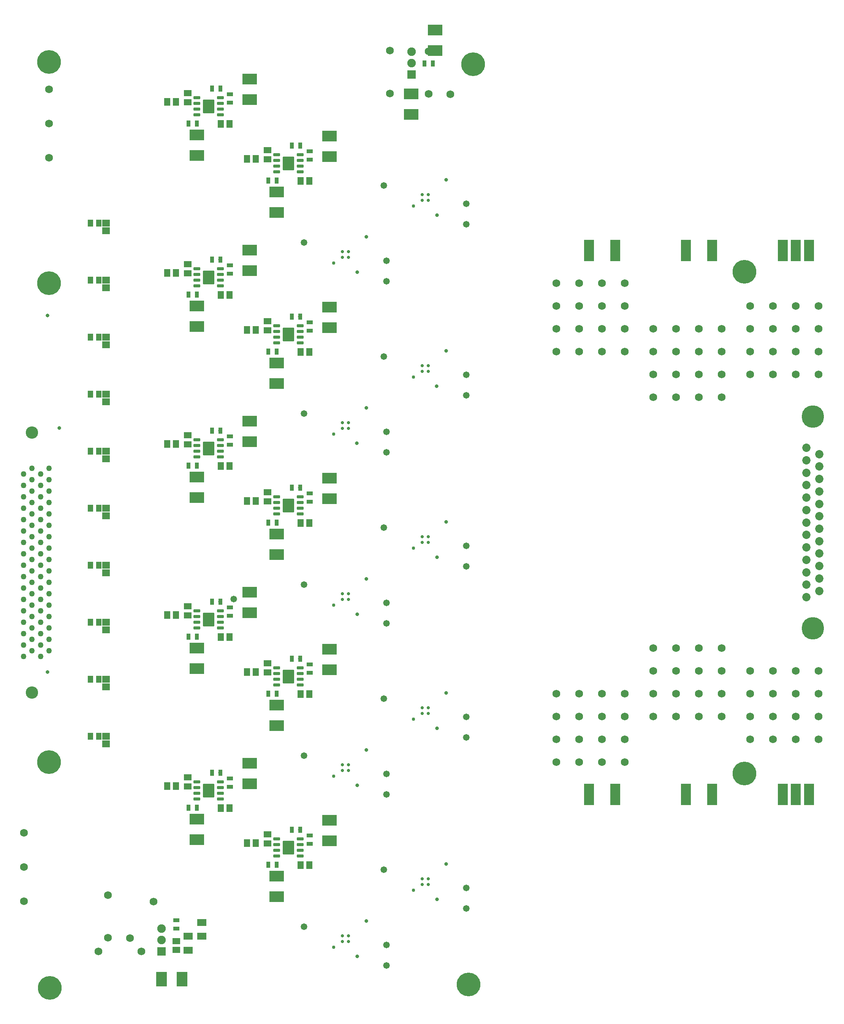
<source format=gbr>
%TF.GenerationSoftware,Altium Limited,Altium Designer,25.0.2 (28)*%
G04 Layer_Color=8388736*
%FSLAX45Y45*%
%MOMM*%
%TF.SameCoordinates,B88DCB4E-FD68-4634-876E-9F1E0B8218E1*%
%TF.FilePolarity,Negative*%
%TF.FileFunction,Soldermask,Top*%
%TF.Part,Single*%
G01*
G75*
%TA.AperFunction,SMDPad,CuDef*%
%ADD11R,0.95000X1.40000*%
%ADD13R,1.40000X0.95000*%
%TA.AperFunction,ViaPad*%
%ADD58C,1.47320*%
%TA.AperFunction,OtherPad,Pad U10-9 (88.9mm,80.01mm)*%
G04:AMPARAMS|DCode=69|XSize=2.49mm|YSize=3mm|CornerRadius=0.0498mm|HoleSize=0mm|Usage=FLASHONLY|Rotation=0.000|XOffset=0mm|YOffset=0mm|HoleType=Round|Shape=RoundedRectangle|*
%AMROUNDEDRECTD69*
21,1,2.49000,2.90040,0,0,0.0*
21,1,2.39040,3.00000,0,0,0.0*
1,1,0.09960,1.19520,-1.45020*
1,1,0.09960,-1.19520,-1.45020*
1,1,0.09960,-1.19520,1.45020*
1,1,0.09960,1.19520,1.45020*
%
%ADD69ROUNDEDRECTD69*%
%TA.AperFunction,OtherPad,Pad U2-9 (88.9mm,232.41mm)*%
G04:AMPARAMS|DCode=70|XSize=2.49mm|YSize=3mm|CornerRadius=0.0498mm|HoleSize=0mm|Usage=FLASHONLY|Rotation=0.000|XOffset=0mm|YOffset=0mm|HoleType=Round|Shape=RoundedRectangle|*
%AMROUNDEDRECTD70*
21,1,2.49000,2.90040,0,0,0.0*
21,1,2.39040,3.00000,0,0,0.0*
1,1,0.09960,1.19520,-1.45020*
1,1,0.09960,-1.19520,-1.45020*
1,1,0.09960,-1.19520,1.45020*
1,1,0.09960,1.19520,1.45020*
%
%ADD70ROUNDEDRECTD70*%
%TA.AperFunction,OtherPad,Pad U4-9 (88.9mm,194.31mm)*%
G04:AMPARAMS|DCode=71|XSize=2.49mm|YSize=3mm|CornerRadius=0.0498mm|HoleSize=0mm|Usage=FLASHONLY|Rotation=0.000|XOffset=0mm|YOffset=0mm|HoleType=Round|Shape=RoundedRectangle|*
%AMROUNDEDRECTD71*
21,1,2.49000,2.90040,0,0,0.0*
21,1,2.39040,3.00000,0,0,0.0*
1,1,0.09960,1.19520,-1.45020*
1,1,0.09960,-1.19520,-1.45020*
1,1,0.09960,-1.19520,1.45020*
1,1,0.09960,1.19520,1.45020*
%
%ADD71ROUNDEDRECTD71*%
%TA.AperFunction,OtherPad,Pad U8-9 (88.9mm,118.11mm)*%
G04:AMPARAMS|DCode=72|XSize=2.49mm|YSize=3mm|CornerRadius=0.0498mm|HoleSize=0mm|Usage=FLASHONLY|Rotation=0.000|XOffset=0mm|YOffset=0mm|HoleType=Round|Shape=RoundedRectangle|*
%AMROUNDEDRECTD72*
21,1,2.49000,2.90040,0,0,0.0*
21,1,2.39040,3.00000,0,0,0.0*
1,1,0.09960,1.19520,-1.45020*
1,1,0.09960,-1.19520,-1.45020*
1,1,0.09960,-1.19520,1.45020*
1,1,0.09960,1.19520,1.45020*
%
%ADD72ROUNDEDRECTD72*%
%TA.AperFunction,OtherPad,Pad U6-9 (88.9mm,156.21mm)*%
G04:AMPARAMS|DCode=73|XSize=2.49mm|YSize=3mm|CornerRadius=0.0498mm|HoleSize=0mm|Usage=FLASHONLY|Rotation=0.000|XOffset=0mm|YOffset=0mm|HoleType=Round|Shape=RoundedRectangle|*
%AMROUNDEDRECTD73*
21,1,2.49000,2.90040,0,0,0.0*
21,1,2.39040,3.00000,0,0,0.0*
1,1,0.09960,1.19520,-1.45020*
1,1,0.09960,-1.19520,-1.45020*
1,1,0.09960,-1.19520,1.45020*
1,1,0.09960,1.19520,1.45020*
%
%ADD73ROUNDEDRECTD73*%
%TA.AperFunction,OtherPad,Pad U1-9 (71.12mm,245.11mm)*%
G04:AMPARAMS|DCode=74|XSize=2.49mm|YSize=3mm|CornerRadius=0.0498mm|HoleSize=0mm|Usage=FLASHONLY|Rotation=0.000|XOffset=0mm|YOffset=0mm|HoleType=Round|Shape=RoundedRectangle|*
%AMROUNDEDRECTD74*
21,1,2.49000,2.90040,0,0,0.0*
21,1,2.39040,3.00000,0,0,0.0*
1,1,0.09960,1.19520,-1.45020*
1,1,0.09960,-1.19520,-1.45020*
1,1,0.09960,-1.19520,1.45020*
1,1,0.09960,1.19520,1.45020*
%
%ADD74ROUNDEDRECTD74*%
%TA.AperFunction,OtherPad,Pad U3-9 (71.12mm,207.01mm)*%
G04:AMPARAMS|DCode=75|XSize=2.49mm|YSize=3mm|CornerRadius=0.0498mm|HoleSize=0mm|Usage=FLASHONLY|Rotation=0.000|XOffset=0mm|YOffset=0mm|HoleType=Round|Shape=RoundedRectangle|*
%AMROUNDEDRECTD75*
21,1,2.49000,2.90040,0,0,0.0*
21,1,2.39040,3.00000,0,0,0.0*
1,1,0.09960,1.19520,-1.45020*
1,1,0.09960,-1.19520,-1.45020*
1,1,0.09960,-1.19520,1.45020*
1,1,0.09960,1.19520,1.45020*
%
%ADD75ROUNDEDRECTD75*%
%TA.AperFunction,OtherPad,Pad U9-9 (71.12mm,92.71mm)*%
G04:AMPARAMS|DCode=76|XSize=2.49mm|YSize=3mm|CornerRadius=0.0498mm|HoleSize=0mm|Usage=FLASHONLY|Rotation=0.000|XOffset=0mm|YOffset=0mm|HoleType=Round|Shape=RoundedRectangle|*
%AMROUNDEDRECTD76*
21,1,2.49000,2.90040,0,0,0.0*
21,1,2.39040,3.00000,0,0,0.0*
1,1,0.09960,1.19520,-1.45020*
1,1,0.09960,-1.19520,-1.45020*
1,1,0.09960,-1.19520,1.45020*
1,1,0.09960,1.19520,1.45020*
%
%ADD76ROUNDEDRECTD76*%
%TA.AperFunction,OtherPad,Pad U7-9 (71.12mm,130.81mm)*%
G04:AMPARAMS|DCode=77|XSize=2.49mm|YSize=3mm|CornerRadius=0.0498mm|HoleSize=0mm|Usage=FLASHONLY|Rotation=0.000|XOffset=0mm|YOffset=0mm|HoleType=Round|Shape=RoundedRectangle|*
%AMROUNDEDRECTD77*
21,1,2.49000,2.90040,0,0,0.0*
21,1,2.39040,3.00000,0,0,0.0*
1,1,0.09960,1.19520,-1.45020*
1,1,0.09960,-1.19520,-1.45020*
1,1,0.09960,-1.19520,1.45020*
1,1,0.09960,1.19520,1.45020*
%
%ADD77ROUNDEDRECTD77*%
%TA.AperFunction,OtherPad,Pad U5-9 (71.12mm,168.91mm)*%
G04:AMPARAMS|DCode=78|XSize=2.49mm|YSize=3mm|CornerRadius=0.0498mm|HoleSize=0mm|Usage=FLASHONLY|Rotation=0.000|XOffset=0mm|YOffset=0mm|HoleType=Round|Shape=RoundedRectangle|*
%AMROUNDEDRECTD78*
21,1,2.49000,2.90040,0,0,0.0*
21,1,2.39040,3.00000,0,0,0.0*
1,1,0.09960,1.19520,-1.45020*
1,1,0.09960,-1.19520,-1.45020*
1,1,0.09960,-1.19520,1.45020*
1,1,0.09960,1.19520,1.45020*
%
%ADD78ROUNDEDRECTD78*%
%TA.AperFunction,SMDPad,CuDef*%
%ADD79R,3.25120X2.48920*%
%ADD80R,2.00320X1.50320*%
%ADD81R,1.65320X1.40320*%
%ADD82R,2.48920X3.25120*%
%ADD83R,1.40320X1.65320*%
%ADD84R,2.23520X4.77520*%
G04:AMPARAMS|DCode=85|XSize=0.7532mm|YSize=1.4532mm|CornerRadius=0.1511mm|HoleSize=0mm|Usage=FLASHONLY|Rotation=90.000|XOffset=0mm|YOffset=0mm|HoleType=Round|Shape=RoundedRectangle|*
%AMROUNDEDRECTD85*
21,1,0.75320,1.15100,0,0,90.0*
21,1,0.45100,1.45320,0,0,90.0*
1,1,0.30220,0.57550,0.22550*
1,1,0.30220,0.57550,-0.22550*
1,1,0.30220,-0.57550,-0.22550*
1,1,0.30220,-0.57550,0.22550*
%
%ADD85ROUNDEDRECTD85*%
%ADD86R,1.65320X1.50320*%
%ADD87R,1.20320X1.55320*%
%TA.AperFunction,ViaPad*%
%ADD88C,1.72720*%
%TA.AperFunction,ComponentPad*%
%ADD89C,1.75320*%
%TA.AperFunction,ViaPad*%
%ADD90C,5.28320*%
%TA.AperFunction,ComponentPad*%
%ADD91C,1.90320*%
%ADD92R,1.90320X1.90320*%
%ADD93C,1.27000*%
%ADD94C,2.74320*%
%ADD95C,1.72720*%
%ADD96C,1.85320*%
%ADD97C,5.00320*%
%TA.AperFunction,ViaPad*%
%ADD98C,0.76200*%
%ADD99C,0.81280*%
%ADD100C,0.70320*%
D11*
X12106700Y25463499D02*
D03*
X11921700D02*
D03*
X7369600Y24904700D02*
D03*
X7184600D02*
D03*
X8626900Y22860001D02*
D03*
X8441900D02*
D03*
X8626900Y19050000D02*
D03*
X8441900D02*
D03*
X8626900Y7620000D02*
D03*
X8441900D02*
D03*
X8626900Y11430000D02*
D03*
X8441900D02*
D03*
X8962600Y8394700D02*
D03*
X9147600D02*
D03*
X8962600Y12204700D02*
D03*
X9147600D02*
D03*
X8962600Y23634700D02*
D03*
X9147600D02*
D03*
X8962600Y19824699D02*
D03*
X9147600D02*
D03*
X8626900Y15239999D02*
D03*
X8441900D02*
D03*
X8962600Y16014700D02*
D03*
X9147600D02*
D03*
X6848900Y12700000D02*
D03*
X6663900D02*
D03*
X7184600Y13474699D02*
D03*
X7369600D02*
D03*
X7184600Y9664700D02*
D03*
X7369600D02*
D03*
X7184600Y21094701D02*
D03*
X7369600D02*
D03*
X6848900Y8890000D02*
D03*
X6663900D02*
D03*
X6848900Y24130000D02*
D03*
X6663900D02*
D03*
X6848900Y20320000D02*
D03*
X6663900D02*
D03*
X6848900Y16510001D02*
D03*
X6663900D02*
D03*
X7184600Y17284700D02*
D03*
X7369600D02*
D03*
D13*
X6388100Y6379000D02*
D03*
Y6194000D02*
D03*
X9359900Y23326300D02*
D03*
Y23511301D02*
D03*
Y19516299D02*
D03*
Y19701300D02*
D03*
Y8086300D02*
D03*
Y8271300D02*
D03*
Y11896300D02*
D03*
Y12081300D02*
D03*
Y15706300D02*
D03*
Y15891299D02*
D03*
X7581900Y24596300D02*
D03*
Y24781300D02*
D03*
Y20786301D02*
D03*
Y20971300D02*
D03*
Y9356300D02*
D03*
Y9541300D02*
D03*
Y13166299D02*
D03*
Y13351300D02*
D03*
Y16976300D02*
D03*
Y17161301D02*
D03*
D58*
X7670800Y13538200D02*
D03*
X8026400Y25120599D02*
D03*
X9804400Y23850600D02*
D03*
X8026400Y21310600D02*
D03*
X9804400Y20040601D02*
D03*
X8026400Y17500600D02*
D03*
X9804400Y16230600D02*
D03*
Y12420600D02*
D03*
X8026400Y9880600D02*
D03*
X9804400Y8610600D02*
D03*
X11074400Y5372100D02*
D03*
X12852400Y6642100D02*
D03*
X11074400Y9182100D02*
D03*
X12852400Y10452100D02*
D03*
Y21882100D02*
D03*
X11074400Y20612100D02*
D03*
X12852400Y18072099D02*
D03*
X11074400Y16802100D02*
D03*
X12852400Y14262100D02*
D03*
X11074400Y12992101D02*
D03*
X12852400Y22339301D02*
D03*
X11010900Y22745700D02*
D03*
X12852400Y18529300D02*
D03*
X11010900Y18935699D02*
D03*
X12852400Y14719299D02*
D03*
X11010900Y15125700D02*
D03*
X12852400Y10909300D02*
D03*
X11010900Y11315700D02*
D03*
X12852400Y7099300D02*
D03*
X11010900Y7505700D02*
D03*
X8623300Y7366000D02*
D03*
X9804400Y8153400D02*
D03*
X8623300Y11176000D02*
D03*
X9804400Y11963400D02*
D03*
X8623300Y22606000D02*
D03*
X9804400Y23393401D02*
D03*
X8623300Y14986000D02*
D03*
X9804400Y15773399D02*
D03*
Y19583400D02*
D03*
X8623300Y18796001D02*
D03*
X11074400Y5829300D02*
D03*
Y9639300D02*
D03*
Y21069299D02*
D03*
Y17259300D02*
D03*
X9232900Y6235700D02*
D03*
Y10045700D02*
D03*
Y21475700D02*
D03*
Y17665700D02*
D03*
Y13855701D02*
D03*
X11074400Y13449300D02*
D03*
X8026400Y9423400D02*
D03*
Y13233400D02*
D03*
Y24663400D02*
D03*
Y20853400D02*
D03*
X6845300Y8636000D02*
D03*
Y12446000D02*
D03*
Y20066000D02*
D03*
Y23875999D02*
D03*
Y16256000D02*
D03*
X8026400Y17043401D02*
D03*
D69*
X8890000Y8001000D02*
D03*
D70*
Y23241000D02*
D03*
D71*
Y19431000D02*
D03*
D72*
Y11811000D02*
D03*
D73*
Y15621001D02*
D03*
D74*
X7112000Y24511000D02*
D03*
D75*
Y20700999D02*
D03*
D76*
Y9271000D02*
D03*
D77*
Y13081000D02*
D03*
D78*
Y16891000D02*
D03*
D79*
X11620500Y24333200D02*
D03*
Y24790401D02*
D03*
X12153900Y25755600D02*
D03*
Y26212799D02*
D03*
X9804400Y8610600D02*
D03*
Y8153400D02*
D03*
Y12420600D02*
D03*
Y11963400D02*
D03*
Y23850600D02*
D03*
Y23393401D02*
D03*
Y20040601D02*
D03*
Y19583400D02*
D03*
X8623300Y6908800D02*
D03*
Y7366000D02*
D03*
Y10718800D02*
D03*
Y11176000D02*
D03*
Y22148801D02*
D03*
Y22606000D02*
D03*
Y18338800D02*
D03*
Y18796001D02*
D03*
Y14528799D02*
D03*
Y14986000D02*
D03*
X9804400Y16230600D02*
D03*
Y15773399D02*
D03*
X8026400Y9880600D02*
D03*
Y9423400D02*
D03*
Y13690601D02*
D03*
Y13233400D02*
D03*
Y25120599D02*
D03*
Y24663400D02*
D03*
Y21310600D02*
D03*
Y20853400D02*
D03*
Y17500600D02*
D03*
Y17043401D02*
D03*
X6845300Y8178800D02*
D03*
Y8636000D02*
D03*
Y11988800D02*
D03*
Y12446000D02*
D03*
Y23418800D02*
D03*
Y23875999D02*
D03*
Y19608800D02*
D03*
Y20066000D02*
D03*
Y15798801D02*
D03*
Y16256000D02*
D03*
D80*
X6959600Y6022394D02*
D03*
Y6332394D02*
D03*
X6654800Y6022400D02*
D03*
Y5712400D02*
D03*
D81*
X6388100Y5916600D02*
D03*
Y5716600D02*
D03*
X6642100Y24801500D02*
D03*
Y24601500D02*
D03*
X8420100Y8091500D02*
D03*
Y8291500D02*
D03*
Y11901500D02*
D03*
Y12101500D02*
D03*
Y23331500D02*
D03*
Y23531500D02*
D03*
Y19521500D02*
D03*
Y19721500D02*
D03*
Y15711501D02*
D03*
Y15911501D02*
D03*
X6642100Y9361500D02*
D03*
Y9561500D02*
D03*
Y13171500D02*
D03*
Y13371500D02*
D03*
Y20791499D02*
D03*
Y20991499D02*
D03*
Y16981500D02*
D03*
Y17181500D02*
D03*
D82*
X6515100Y5067300D02*
D03*
X6057900D02*
D03*
D83*
X6386500Y24612601D02*
D03*
X6186500D02*
D03*
X7964500Y8102600D02*
D03*
X8164500D02*
D03*
X7964500Y11912600D02*
D03*
X8164500D02*
D03*
X7964500Y23342599D02*
D03*
X8164500D02*
D03*
X7964500Y19532600D02*
D03*
X8164500D02*
D03*
X9158300Y22847301D02*
D03*
X9358300D02*
D03*
X9158300Y19037300D02*
D03*
X9358300D02*
D03*
X9158300Y7607300D02*
D03*
X9358300D02*
D03*
X9158300Y11417300D02*
D03*
X9358300D02*
D03*
X7964500Y15722600D02*
D03*
X8164500D02*
D03*
X9158300Y15227299D02*
D03*
X9358300D02*
D03*
X6186500Y9372600D02*
D03*
X6386500D02*
D03*
X6186500Y20802600D02*
D03*
X6386500D02*
D03*
X6186500Y13182600D02*
D03*
X6386500D02*
D03*
X7380300Y8877300D02*
D03*
X7580300D02*
D03*
X7380300Y12687300D02*
D03*
X7580300D02*
D03*
X7380300Y24117300D02*
D03*
X7580300D02*
D03*
X7380300Y20307300D02*
D03*
X7580300D02*
D03*
X7380300Y16497301D02*
D03*
X7580300D02*
D03*
X6186500Y16992599D02*
D03*
X6386500D02*
D03*
D84*
X15582899Y9182100D02*
D03*
X16167099D02*
D03*
X17741901D02*
D03*
X18326100D02*
D03*
X19900900D02*
D03*
X20485100D02*
D03*
X20192999D02*
D03*
X19900900Y21297900D02*
D03*
X20485100D02*
D03*
X20192999D02*
D03*
X17741901D02*
D03*
X18326100D02*
D03*
X16167101D02*
D03*
X15582899D02*
D03*
D85*
X8627500Y8191500D02*
D03*
Y8064500D02*
D03*
Y7937500D02*
D03*
Y7810500D02*
D03*
X9152500Y8191500D02*
D03*
Y8064500D02*
D03*
Y7937500D02*
D03*
Y7810500D02*
D03*
X8627500Y23431500D02*
D03*
Y23304500D02*
D03*
Y23177499D02*
D03*
Y23050500D02*
D03*
X9152500Y23431500D02*
D03*
Y23304500D02*
D03*
Y23177499D02*
D03*
Y23050500D02*
D03*
X8627500Y19621500D02*
D03*
Y19494501D02*
D03*
Y19367500D02*
D03*
Y19240500D02*
D03*
X9152500Y19621500D02*
D03*
Y19494501D02*
D03*
Y19367500D02*
D03*
Y19240500D02*
D03*
X8627500Y12001500D02*
D03*
Y11874500D02*
D03*
Y11747500D02*
D03*
Y11620500D02*
D03*
X9152500Y12001500D02*
D03*
Y11874500D02*
D03*
Y11747500D02*
D03*
Y11620500D02*
D03*
X8627500Y15811501D02*
D03*
Y15684500D02*
D03*
Y15557500D02*
D03*
Y15430499D02*
D03*
X9152500Y15811501D02*
D03*
Y15684500D02*
D03*
Y15557500D02*
D03*
Y15430499D02*
D03*
X6849500Y24701500D02*
D03*
Y24574500D02*
D03*
Y24447501D02*
D03*
Y24320500D02*
D03*
X7374500Y24701500D02*
D03*
Y24574500D02*
D03*
Y24447501D02*
D03*
Y24320500D02*
D03*
X6849500Y20891499D02*
D03*
Y20764500D02*
D03*
Y20637500D02*
D03*
Y20510500D02*
D03*
X7374500Y20891499D02*
D03*
Y20764500D02*
D03*
Y20637500D02*
D03*
Y20510500D02*
D03*
X6849500Y9461500D02*
D03*
Y9334500D02*
D03*
Y9207500D02*
D03*
Y9080500D02*
D03*
X7374500Y9461500D02*
D03*
Y9334500D02*
D03*
Y9207500D02*
D03*
Y9080500D02*
D03*
X6849500Y13271500D02*
D03*
Y13144501D02*
D03*
Y13017500D02*
D03*
Y12890500D02*
D03*
X7374500Y13271500D02*
D03*
Y13144501D02*
D03*
Y13017500D02*
D03*
Y12890500D02*
D03*
X6849500Y17081500D02*
D03*
Y16954500D02*
D03*
Y16827499D02*
D03*
Y16700500D02*
D03*
X7374500Y17081500D02*
D03*
Y16954500D02*
D03*
Y16827499D02*
D03*
Y16700500D02*
D03*
D86*
X4826000Y21742500D02*
D03*
Y21907500D02*
D03*
Y20472501D02*
D03*
Y20637502D02*
D03*
Y19202501D02*
D03*
Y19367500D02*
D03*
Y17932501D02*
D03*
Y18097501D02*
D03*
Y16662502D02*
D03*
Y16827501D02*
D03*
Y15392500D02*
D03*
Y15557501D02*
D03*
Y14122501D02*
D03*
Y14287502D02*
D03*
Y12852501D02*
D03*
Y13017500D02*
D03*
Y11582501D02*
D03*
Y11747501D02*
D03*
Y10312501D02*
D03*
Y10477501D02*
D03*
D87*
X4662000Y15557500D02*
D03*
X4482000D02*
D03*
Y21907500D02*
D03*
X4662000D02*
D03*
X4482000Y14287500D02*
D03*
X4662000D02*
D03*
X4482000Y20637500D02*
D03*
X4662000D02*
D03*
X4482000Y13017500D02*
D03*
X4662000D02*
D03*
X4482000Y19367500D02*
D03*
X4662000D02*
D03*
X4482000Y11747500D02*
D03*
X4662000D02*
D03*
X4482000Y18097501D02*
D03*
X4662000D02*
D03*
X4482000Y10477500D02*
D03*
X4662000D02*
D03*
X4482000Y16827499D02*
D03*
X4662000D02*
D03*
D88*
X2997200Y7569200D02*
D03*
Y8331200D02*
D03*
Y6807200D02*
D03*
X12496800Y24777699D02*
D03*
X5359400Y5981700D02*
D03*
X5880100Y6794500D02*
D03*
X3556000Y23367999D02*
D03*
Y24892000D02*
D03*
Y24130000D02*
D03*
D89*
X12014200Y25737299D02*
D03*
Y24783299D02*
D03*
X11150600Y24796001D02*
D03*
Y25750000D02*
D03*
X4659400Y5689600D02*
D03*
X5613400D02*
D03*
X4864100Y6941300D02*
D03*
Y5987300D02*
D03*
D90*
X3568700Y4876800D02*
D03*
X19050000Y20828000D02*
D03*
Y9652000D02*
D03*
X3556000Y20574001D02*
D03*
Y9906000D02*
D03*
Y25501601D02*
D03*
X13004800Y25450800D02*
D03*
X12903200Y4953000D02*
D03*
D91*
X11633200Y25730200D02*
D03*
Y25476199D02*
D03*
X6057900Y5943600D02*
D03*
Y6197600D02*
D03*
D92*
X11633200Y25222200D02*
D03*
X6057900Y5689600D02*
D03*
D93*
X3365500Y12255500D02*
D03*
Y12509500D02*
D03*
X3556000Y12382500D02*
D03*
X3365500Y12763500D02*
D03*
X3556000Y12636500D02*
D03*
X3365500Y13017500D02*
D03*
X3556000Y12890500D02*
D03*
X3365500Y13271500D02*
D03*
X3556000Y13144501D02*
D03*
X3365500Y13525500D02*
D03*
X3556000Y13398500D02*
D03*
X3365500Y13779500D02*
D03*
X3556000Y13652499D02*
D03*
X3365500Y14033501D02*
D03*
X3556000Y13906500D02*
D03*
X3365500Y14287500D02*
D03*
X3556000Y14160500D02*
D03*
X3365500Y14541499D02*
D03*
X3556000Y14414500D02*
D03*
X3365500Y14795500D02*
D03*
X3556000Y14668500D02*
D03*
X3365500Y15049500D02*
D03*
X3556000Y14922501D02*
D03*
X3365500Y15303500D02*
D03*
X3556000Y15176500D02*
D03*
X3365500Y15557500D02*
D03*
X3556000Y15430499D02*
D03*
X3365500Y15811501D02*
D03*
X3556000Y15684500D02*
D03*
X3365500Y16065500D02*
D03*
X3556000Y15938499D02*
D03*
X3365500Y16319501D02*
D03*
X3556000Y16192500D02*
D03*
Y16446500D02*
D03*
X2984500Y12255500D02*
D03*
Y12509500D02*
D03*
X3175000Y12382500D02*
D03*
X2984500Y12763500D02*
D03*
X3175000Y12636500D02*
D03*
X2984500Y13017500D02*
D03*
X3175000Y12890500D02*
D03*
X2984500Y13271500D02*
D03*
X3175000Y13144501D02*
D03*
X2984500Y13525500D02*
D03*
X3175000Y13398500D02*
D03*
X2984500Y13779500D02*
D03*
X3175000Y13652499D02*
D03*
X2984500Y14033501D02*
D03*
X3175000Y13906500D02*
D03*
X2984500Y14287500D02*
D03*
X3175000Y14160500D02*
D03*
X2984500Y14541499D02*
D03*
X3175000Y14414500D02*
D03*
X2984500Y14795500D02*
D03*
X3175000Y14668500D02*
D03*
X2984500Y15049500D02*
D03*
X3175000Y14922501D02*
D03*
X2984500Y15303500D02*
D03*
X3175000Y15176500D02*
D03*
X2984500Y15557500D02*
D03*
X3175000Y15430499D02*
D03*
X2984500Y15811501D02*
D03*
X3175000Y15684500D02*
D03*
X2984500Y16065500D02*
D03*
X3175000Y15938499D02*
D03*
X2984500Y16319501D02*
D03*
X3175000Y16192500D02*
D03*
Y16446500D02*
D03*
D94*
Y11455400D02*
D03*
Y17246600D02*
D03*
D95*
X16383000Y19050000D02*
D03*
Y19558000D02*
D03*
Y20066000D02*
D03*
Y20574001D02*
D03*
X15875000Y19050000D02*
D03*
Y19558000D02*
D03*
Y20066000D02*
D03*
Y20574001D02*
D03*
X15367000Y19050000D02*
D03*
Y19558000D02*
D03*
Y20066000D02*
D03*
Y20574001D02*
D03*
X14859000Y19050000D02*
D03*
Y19558000D02*
D03*
Y20066000D02*
D03*
Y20574001D02*
D03*
X18542000Y12446000D02*
D03*
Y11938000D02*
D03*
Y11430000D02*
D03*
Y10922000D02*
D03*
X18034000Y12446000D02*
D03*
Y11938000D02*
D03*
Y11430000D02*
D03*
Y10922000D02*
D03*
X17525999Y12446000D02*
D03*
Y11938000D02*
D03*
Y11430000D02*
D03*
Y10922000D02*
D03*
X17017999Y12446000D02*
D03*
Y11938000D02*
D03*
Y11430000D02*
D03*
Y10922000D02*
D03*
X20700999Y11938000D02*
D03*
Y11430000D02*
D03*
Y10922000D02*
D03*
Y10414000D02*
D03*
X20192999Y11938000D02*
D03*
Y11430000D02*
D03*
Y10922000D02*
D03*
Y10414000D02*
D03*
X19685001Y11938000D02*
D03*
Y11430000D02*
D03*
Y10922000D02*
D03*
Y10414000D02*
D03*
X19177000Y11938000D02*
D03*
Y11430000D02*
D03*
Y10922000D02*
D03*
Y10414000D02*
D03*
X20700999Y18542000D02*
D03*
Y19050000D02*
D03*
Y19558000D02*
D03*
Y20066000D02*
D03*
X20192999Y18542000D02*
D03*
Y19050000D02*
D03*
Y19558000D02*
D03*
Y20066000D02*
D03*
X19685001Y18542000D02*
D03*
Y19050000D02*
D03*
Y19558000D02*
D03*
Y20066000D02*
D03*
X19177000Y18542000D02*
D03*
Y19050000D02*
D03*
Y19558000D02*
D03*
Y20066000D02*
D03*
X16383000Y11430000D02*
D03*
Y10922000D02*
D03*
Y10414000D02*
D03*
Y9906000D02*
D03*
X15875000Y11430000D02*
D03*
Y10922000D02*
D03*
Y10414000D02*
D03*
Y9906000D02*
D03*
X15367000Y11430000D02*
D03*
Y10922000D02*
D03*
Y10414000D02*
D03*
Y9906000D02*
D03*
X14859000Y11430000D02*
D03*
Y10922000D02*
D03*
Y10414000D02*
D03*
Y9906000D02*
D03*
X18542000Y18034000D02*
D03*
Y18542000D02*
D03*
Y19050000D02*
D03*
Y19558000D02*
D03*
X18034000Y18034000D02*
D03*
Y18542000D02*
D03*
Y19050000D02*
D03*
Y19558000D02*
D03*
X17525999Y18034000D02*
D03*
Y18542000D02*
D03*
Y19050000D02*
D03*
Y19558000D02*
D03*
X17017999Y18034000D02*
D03*
Y18542000D02*
D03*
Y19050000D02*
D03*
Y19558000D02*
D03*
D96*
X20716200Y13716499D02*
D03*
Y13993500D02*
D03*
Y14270500D02*
D03*
Y14547501D02*
D03*
Y14824500D02*
D03*
Y15101500D02*
D03*
Y15378500D02*
D03*
Y15655499D02*
D03*
Y15932500D02*
D03*
Y16209500D02*
D03*
Y16486501D02*
D03*
Y16763499D02*
D03*
X20432201Y13578000D02*
D03*
Y13855000D02*
D03*
Y14132001D02*
D03*
Y14409000D02*
D03*
Y14686000D02*
D03*
Y14963000D02*
D03*
Y16625000D02*
D03*
Y16902000D02*
D03*
Y16071001D02*
D03*
Y16348000D02*
D03*
Y15794000D02*
D03*
Y15517000D02*
D03*
Y15239999D02*
D03*
D97*
X20574200Y17595000D02*
D03*
Y12885001D02*
D03*
D98*
X8627500Y8191500D02*
D03*
X6849500Y9461500D02*
D03*
X8627500Y12001500D02*
D03*
X6849500Y13271500D02*
D03*
X8627500Y15811501D02*
D03*
X6849500Y17081500D02*
D03*
X8627500Y19621500D02*
D03*
X6849500Y20891499D02*
D03*
X8627500Y23431500D02*
D03*
X6849500Y24701500D02*
D03*
X9897500Y5778500D02*
D03*
X11675500Y7048500D02*
D03*
X9897500Y9588500D02*
D03*
X11675500Y10858500D02*
D03*
X9897500Y13398500D02*
D03*
X11675500Y14668500D02*
D03*
X9897500Y17208501D02*
D03*
X11675500Y18478500D02*
D03*
X9897500Y21018500D02*
D03*
X11675500Y22288499D02*
D03*
D99*
X3517900Y19850101D02*
D03*
X10417600Y5575300D02*
D03*
X10628300Y6362700D02*
D03*
X12195600Y6845300D02*
D03*
X12406300Y7632700D02*
D03*
X10417600Y9385300D02*
D03*
X10628300Y10172700D02*
D03*
X12195600Y10655300D02*
D03*
X12406300Y11442700D02*
D03*
X10417600Y13195300D02*
D03*
X10628300Y13982700D02*
D03*
X12195600Y14465300D02*
D03*
X12406300Y15252699D02*
D03*
X10417090Y17005811D02*
D03*
X10628300Y17792700D02*
D03*
X12195090Y18275810D02*
D03*
X12406300Y19062700D02*
D03*
X10417600Y20815300D02*
D03*
X10628300Y21602699D02*
D03*
X12195600Y22085300D02*
D03*
X12406300Y22872701D02*
D03*
X9357790Y7607810D02*
D03*
X9147090Y8395210D02*
D03*
X7579790Y8877810D02*
D03*
X7369090Y9665210D02*
D03*
X9357790Y11417810D02*
D03*
X9147090Y12205210D02*
D03*
X7579790Y12687810D02*
D03*
X7369090Y13475211D02*
D03*
X9357790Y15227811D02*
D03*
X9147090Y16015210D02*
D03*
X7579790Y16497810D02*
D03*
X7369090Y17285210D02*
D03*
X9357790Y19037810D02*
D03*
X9147090Y19825211D02*
D03*
X7579790Y20307809D02*
D03*
X7369090Y21095210D02*
D03*
X9357790Y22847810D02*
D03*
X9147600Y23634700D02*
D03*
X7579790Y24117810D02*
D03*
X7369600Y24904700D02*
D03*
X3517900Y11912600D02*
D03*
X3784600Y17348199D02*
D03*
D100*
X12003000Y7304000D02*
D03*
X11873000D02*
D03*
X12003000Y7174000D02*
D03*
X11873000D02*
D03*
X12003000Y11114000D02*
D03*
X11873000D02*
D03*
X12003000Y10984000D02*
D03*
X11873000D02*
D03*
X12003000Y22544000D02*
D03*
X11873000D02*
D03*
X12003000Y22414000D02*
D03*
X11873000D02*
D03*
X12003000Y18734000D02*
D03*
X11873000D02*
D03*
X12003000Y18603999D02*
D03*
X11873000D02*
D03*
X12003000Y14924001D02*
D03*
X11873000D02*
D03*
X12003000Y14794000D02*
D03*
X11873000D02*
D03*
X8955000Y7936000D02*
D03*
X8825000D02*
D03*
X8955000Y8066000D02*
D03*
X8825000D02*
D03*
X8955000Y23175999D02*
D03*
X8825000D02*
D03*
X8955000Y23306000D02*
D03*
X8825000D02*
D03*
X8955000Y19366000D02*
D03*
X8825000D02*
D03*
X8955000Y19496001D02*
D03*
X8825000D02*
D03*
X8955000Y11746000D02*
D03*
X8825000D02*
D03*
X8955000Y11876000D02*
D03*
X8825000D02*
D03*
X8955000Y15556000D02*
D03*
X8825000D02*
D03*
X8955000Y15686000D02*
D03*
X8825000D02*
D03*
X10225000Y6034000D02*
D03*
X10095000D02*
D03*
X10225000Y5904000D02*
D03*
X10095000D02*
D03*
X10225000Y9844000D02*
D03*
X10095000D02*
D03*
X10225000Y9714000D02*
D03*
X10095000D02*
D03*
X10225000Y21274001D02*
D03*
X10095000D02*
D03*
X10225000Y21144000D02*
D03*
X10095000D02*
D03*
X10225000Y17464000D02*
D03*
X10095000D02*
D03*
X10225000Y17334000D02*
D03*
X10095000D02*
D03*
X10225000Y13653999D02*
D03*
X10095000D02*
D03*
X10225000Y13524001D02*
D03*
X10095000D02*
D03*
X7177000Y24446001D02*
D03*
X7047000D02*
D03*
X7177000Y24575999D02*
D03*
X7047000D02*
D03*
X7177000Y20636000D02*
D03*
X7047000D02*
D03*
X7177000Y20766000D02*
D03*
X7047000D02*
D03*
X7177000Y9206000D02*
D03*
X7047000D02*
D03*
X7177000Y9336000D02*
D03*
X7047000D02*
D03*
X7177000Y13016000D02*
D03*
X7047000D02*
D03*
X7177000Y13146001D02*
D03*
X7047000D02*
D03*
X7177000Y16825999D02*
D03*
X7047000D02*
D03*
X7177000Y16956000D02*
D03*
X7047000D02*
D03*
%TF.MD5,af851a882fb9e6e377eb8923a2c2b9ff*%
M02*

</source>
